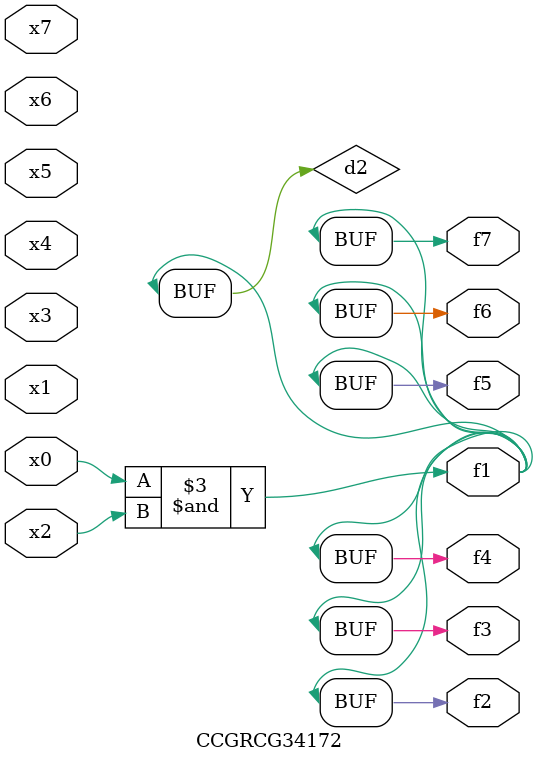
<source format=v>
module CCGRCG34172(
	input x0, x1, x2, x3, x4, x5, x6, x7,
	output f1, f2, f3, f4, f5, f6, f7
);

	wire d1, d2;

	nor (d1, x3, x6);
	and (d2, x0, x2);
	assign f1 = d2;
	assign f2 = d2;
	assign f3 = d2;
	assign f4 = d2;
	assign f5 = d2;
	assign f6 = d2;
	assign f7 = d2;
endmodule

</source>
